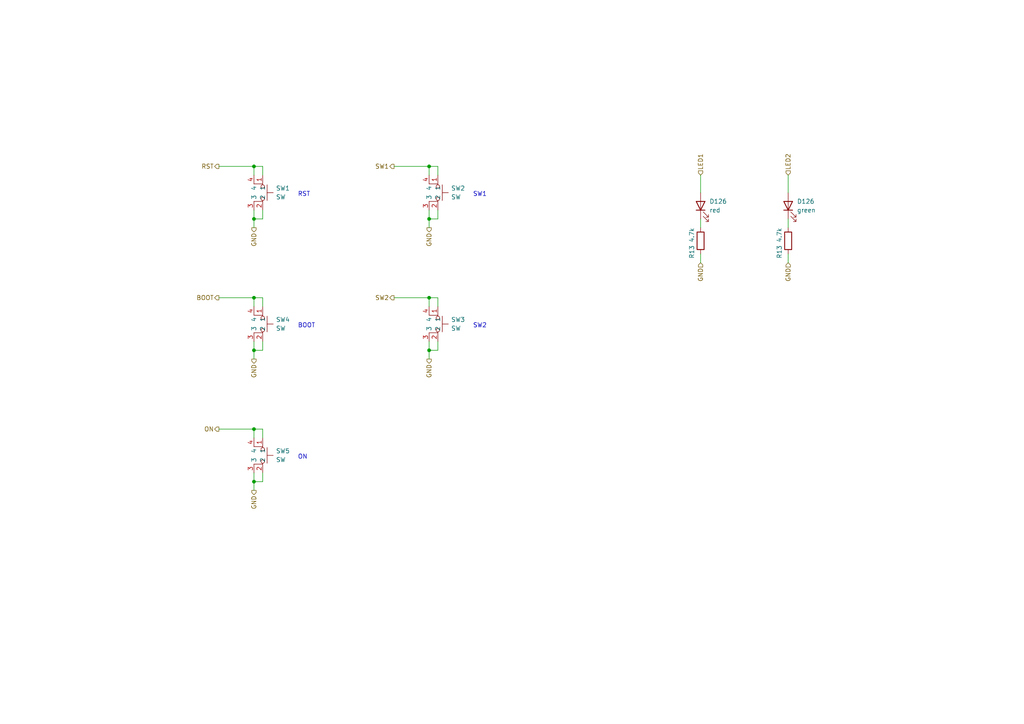
<source format=kicad_sch>
(kicad_sch (version 20230121) (generator eeschema)
  (paper "A4")
  (lib_symbols
    (symbol "Device:LED" (pin_numbers hide) (pin_names (offset 1.016) hide)
      (property "Reference" "D" (at 0 2.54 0))
      (property "Value" "LED" (at 0 -2.54 0))
      (symbol "LED_0_1"
        (polyline (pts (xy -1.27 -1.27) (xy -1.27 1.27)) (stroke (width 0.254)))
        (polyline (pts (xy -1.27 0) (xy 1.27 0)))
        (polyline (pts (xy 1.27 -1.27) (xy 1.27 1.27) (xy -1.27 0) (xy 1.27 -1.27)) (stroke (width 0.254)))
        (polyline (pts (xy -3.048 -0.762) (xy -4.572 -2.286) (xy -3.81 -2.286) (xy -4.572 -2.286) (xy -4.572 -1.524)))
        (polyline (pts (xy -1.778 -0.762) (xy -3.302 -2.286) (xy -2.54 -2.286) (xy -3.302 -2.286) (xy -3.302 -1.524)))
      )
      (symbol "LED_1_1"
        (pin passive line (at -3.81 0 0) (length 2.54) (name "K") (number "1"))
        (pin passive line (at 3.81 0 180) (length 2.54) (name "A") (number "2"))
      )
    )
    (symbol "Device:R" (pin_numbers hide) (pin_names (offset 0))
      (property "Reference" "R" (at 2.032 0 90))
      (property "Value" "R" (at 0 0 90))
      (symbol "R_0_1"
        (rectangle (start -1.016 -2.54) (end 1.016 2.54) (stroke (width 0.254)))
      )
      (symbol "R_1_1"
        (pin passive line (at 0 3.81 270) (length 1.27) (name "~") (number "1"))
        (pin passive line (at 0 -3.81 90) (length 1.27) (name "~") (number "2"))
      )
    )
    (symbol "Robotarna_KiCad_Library:SW"
      (property "Reference" "SW" (at 0 8.89 0))
      (property "Value" "SW" (at 0 6.35 0))
      (symbol "SW_0_1"
        (circle (center -1.778 1.27) (radius 0.508))
        (polyline (pts (xy -2.286 2.54) (xy 2.286 2.54)))
        (polyline (pts (xy 0 2.54) (xy 0 4.318)))
        (polyline (pts (xy -2.54 -1.27) (xy -2.54 1.27) (xy -2.286 1.27)))
        (polyline (pts (xy 2.54 -1.27) (xy 2.54 1.27) (xy 2.286 1.27)))
        (circle (center 1.778 1.27) (radius 0.508))
        (pin passive line (at -5.08 1.27 0) (length 2.54) (name "1") (number "1"))
        (pin passive line (at 5.08 1.27 180) (length 2.54) (name "2") (number "2"))
        (pin passive line (at 5.08 -1.27 180) (length 2.54) (name "3") (number "3"))
        (pin passive line (at -5.08 -1.27 0) (length 2.54) (name "4") (number "4"))
      )
    )
  )
  (junction (at 73.66 86.36))
  (junction (at 73.66 139.7))
  (junction (at 73.66 124.46))
  (junction (at 73.66 48.26))
  (junction (at 124.46 63.5))
  (junction (at 73.66 101.6))
  (junction (at 124.46 101.6))
  (junction (at 124.46 48.26))
  (junction (at 124.46 86.36))
  (junction (at 73.66 63.5))
  (wire (pts (xy 73.66 86.36) (xy 73.66 88.9)))
  (wire (pts (xy 124.46 86.36) (xy 124.46 88.9)))
  (wire (pts (xy 76.2 50.8) (xy 76.2 48.26)))
  (wire (pts (xy 124.46 60.96) (xy 124.46 63.5)))
  (wire (pts (xy 203.2 50.8) (xy 203.2 55.88)))
  (wire (pts (xy 124.46 101.6) (xy 127 101.6)))
  (wire (pts (xy 203.2 73.66) (xy 203.2 76.2)))
  (wire (pts (xy 73.66 101.6) (xy 76.2 101.6)))
  (wire (pts (xy 73.66 48.26) (xy 76.2 48.26)))
  (wire (pts (xy 73.66 124.46) (xy 76.2 124.46)))
  (wire (pts (xy 76.2 127) (xy 76.2 124.46)))
  (wire (pts (xy 124.46 99.06) (xy 124.46 101.6)))
  (wire (pts (xy 73.66 63.5) (xy 73.66 66.04)))
  (wire (pts (xy 73.66 139.7) (xy 76.2 139.7)))
  (wire (pts (xy 73.66 99.06) (xy 73.66 101.6)))
  (wire (pts (xy 228.6 73.66) (xy 228.6 76.2)))
  (wire (pts (xy 127 88.9) (xy 127 86.36)))
  (wire (pts (xy 203.2 63.5) (xy 203.2 66.04)))
  (wire (pts (xy 127 63.5) (xy 127 60.96)))
  (wire (pts (xy 124.46 63.5) (xy 127 63.5)))
  (wire (pts (xy 114.3 86.36) (xy 124.46 86.36)))
  (wire (pts (xy 124.46 63.5) (xy 124.46 66.04)))
  (wire (pts (xy 124.46 101.6) (xy 124.46 104.14)))
  (wire (pts (xy 63.5 124.46) (xy 73.66 124.46)))
  (wire (pts (xy 63.5 86.36) (xy 73.66 86.36)))
  (wire (pts (xy 228.6 63.5) (xy 228.6 66.04)))
  (wire (pts (xy 124.46 48.26) (xy 124.46 50.8)))
  (wire (pts (xy 127 50.8) (xy 127 48.26)))
  (wire (pts (xy 76.2 139.7) (xy 76.2 137.16)))
  (wire (pts (xy 73.66 63.5) (xy 76.2 63.5)))
  (wire (pts (xy 73.66 137.16) (xy 73.66 139.7)))
  (wire (pts (xy 73.66 101.6) (xy 73.66 104.14)))
  (wire (pts (xy 124.46 86.36) (xy 127 86.36)))
  (wire (pts (xy 73.66 48.26) (xy 73.66 50.8)))
  (wire (pts (xy 114.3 48.26) (xy 124.46 48.26)))
  (wire (pts (xy 73.66 139.7) (xy 73.66 142.24)))
  (wire (pts (xy 124.46 48.26) (xy 127 48.26)))
  (wire (pts (xy 73.66 60.96) (xy 73.66 63.5)))
  (wire (pts (xy 76.2 101.6) (xy 76.2 99.06)))
  (wire (pts (xy 73.66 86.36) (xy 76.2 86.36)))
  (wire (pts (xy 63.5 48.26) (xy 73.66 48.26)))
  (wire (pts (xy 73.66 124.46) (xy 73.66 127)))
  (wire (pts (xy 76.2 88.9) (xy 76.2 86.36)))
  (wire (pts (xy 76.2 63.5) (xy 76.2 60.96)))
  (wire (pts (xy 127 101.6) (xy 127 99.06)))
  (wire (pts (xy 228.6 50.8) (xy 228.6 55.88)))
  (text "SW2" (at 137.16 95.25 0) (effects (font (size 1.27 1.27)) (justify left bottom)))
  (text "ON" (at 86.36 133.35 0) (effects (font (size 1.27 1.27)) (justify left bottom)))
  (text "BOOT" (at 86.36 95.25 0) (effects (font (size 1.27 1.27)) (justify left bottom)))
  (text "SW1" (at 137.16 57.15 0) (effects (font (size 1.27 1.27)) (justify left bottom)))
  (text "RST" (at 86.36 57.15 0) (effects (font (size 1.27 1.27)) (justify left bottom)))
  (hierarchical_label "GND" (shape input) (at 228.6 76.2 270))
  (hierarchical_label "GND" (shape output) (at 73.66 66.04 270))
  (hierarchical_label "SW1" (shape output) (at 114.3 48.26 180))
  (hierarchical_label "GND" (shape output) (at 124.46 104.14 270))
  (hierarchical_label "LED1" (shape input) (at 203.2 50.8 90))
  (hierarchical_label "GND" (shape output) (at 73.66 104.14 270))
  (hierarchical_label "BOOT" (shape output) (at 63.5 86.36 180))
  (hierarchical_label "LED2" (shape input) (at 228.6 50.8 90))
  (hierarchical_label "RST" (shape output) (at 63.5 48.26 180))
  (hierarchical_label "SW2" (shape output) (at 114.3 86.36 180))
  (hierarchical_label "ON" (shape output) (at 63.5 124.46 180))
  (hierarchical_label "GND" (shape output) (at 124.46 66.04 270))
  (hierarchical_label "GND" (shape output) (at 73.66 142.24 270))
  (hierarchical_label "GND" (shape input) (at 203.2 76.2 270))
  (symbol (lib_id "Robotarna_KiCad_Library:SW") (at 125.73 55.88 270) (unit 1)
    (property "Reference" "SW2" (at 130.81 54.61 90) (effects (justify left)))
    (property "Value" "SW" (at 130.81 57.15 90) (effects (justify left)))
    (property "Footprint" "Robotarna_KiCad_Library:Tactile_switch" (effects hide))
  )
  (symbol (lib_id "Robotarna_KiCad_Library:SW") (at 74.93 93.98 270) (unit 1)
    (property "Reference" "SW4" (at 80.01 92.71 90) (effects (justify left)))
    (property "Value" "SW" (at 80.01 95.25 90) (effects (justify left)))
    (property "Footprint" "Robotarna_KiCad_Library:Tactile_switch" (effects hide))
  )
  (symbol (lib_id "Robotarna_KiCad_Library:SW") (at 125.73 93.98 270) (unit 1)
    (property "Reference" "SW3" (at 130.81 92.71 90) (effects (justify left)))
    (property "Value" "SW" (at 130.81 95.25 90) (effects (justify left)))
    (property "Footprint" "Robotarna_KiCad_Library:Tactile_switch" (effects hide))
  )
  (symbol (lib_id "Robotarna_KiCad_Library:SW") (at 74.93 132.08 270) (unit 1)
    (property "Reference" "SW5" (at 80.01 130.81 90) (effects (justify left)))
    (property "Value" "SW" (at 80.01 133.35 90) (effects (justify left)))
    (property "Footprint" "Robotarna_KiCad_Library:Tactile_switch" (effects hide))
  )
  (symbol (lib_id "Robotarna_KiCad_Library:SW") (at 74.93 55.88 270) (unit 1)
    (property "Reference" "SW1" (at 80.01 54.61 90) (effects (justify left)))
    (property "Value" "SW" (at 80.01 57.15 90) (effects (justify left)))
    (property "Footprint" "Robotarna_KiCad_Library:Tactile_switch" (effects hide))
  )
  (symbol (lib_id "Device:R") (at 228.6 69.85 180) (unit 1)
    (property "Reference" "R13" (at 226.06 71.12 90) (effects (justify left)))
    (property "Value" "4.7k" (at 226.06 66.04 90) (effects (justify left)))
    (property "Footprint" "Resistor_SMD:R_0201_0603Metric" (effects hide))
    (property "LCSC" "C270346" (effects hide))
    (property "Basic/Extended" "E" (effects hide))
    (instances (project "ZakladniElektronika" (path "" (reference "R13") (unit 1)) (path "" (reference "R52") (unit 1))) (project "RB3203" (path "" (reference "R?") (unit 1))))
  )
  (symbol (lib_id "Device:R") (at 203.2 69.85 180) (unit 1)
    (property "Reference" "R13" (at 200.66 71.12 90) (effects (justify left)))
    (property "Value" "4.7k" (at 200.66 66.04 90) (effects (justify left)))
    (property "Footprint" "Resistor_SMD:R_0201_0603Metric" (effects hide))
    (property "LCSC" "C270346" (effects hide))
    (property "Basic/Extended" "E" (effects hide))
    (instances (project "ZakladniElektronika" (path "" (reference "R13") (unit 1)) (path "" (reference "R51") (unit 1))) (project "RB3203" (path "" (reference "R?") (unit 1))))
  )
  (symbol (lib_id "Device:LED") (at 203.2 59.69 90) (unit 1)
    (property "Reference" "D126" (at 205.74 58.42 90) (effects (justify right)))
    (property "Value" "red" (at 205.74 60.96 90) (effects (justify right)))
    (property "Footprint" "LED_SMD:LED_0603_1608Metric" (effects hide))
    (property "LCSC" "C2286" (effects hide))
    (property "Basic/Extended" "B" (effects hide))
    (instances (project "ZakladniElektronika" (path "" (reference "D126") (unit 1)) (path "" (reference "LED1") (unit 1))) (project "RB3203" (path "" (reference "D?") (unit 1))))
  )
  (symbol (lib_id "Device:LED") (at 228.6 59.69 90) (unit 1)
    (property "Reference" "D126" (at 231.14 58.42 90) (effects (justify right)))
    (property "Value" "green" (at 231.14 60.96 90) (effects (justify right)))
    (property "Footprint" "LED_SMD:LED_0603_1608Metric" (effects hide))
    (property "LCSC" "C2286" (effects hide))
    (property "Basic/Extended" "B" (effects hide))
    (instances (project "ZakladniElektronika" (path "" (reference "D126") (unit 1)) (path "" (reference "LED2") (unit 1))) (project "RB3203" (path "" (reference "D?") (unit 1))))
  )
)
</source>
